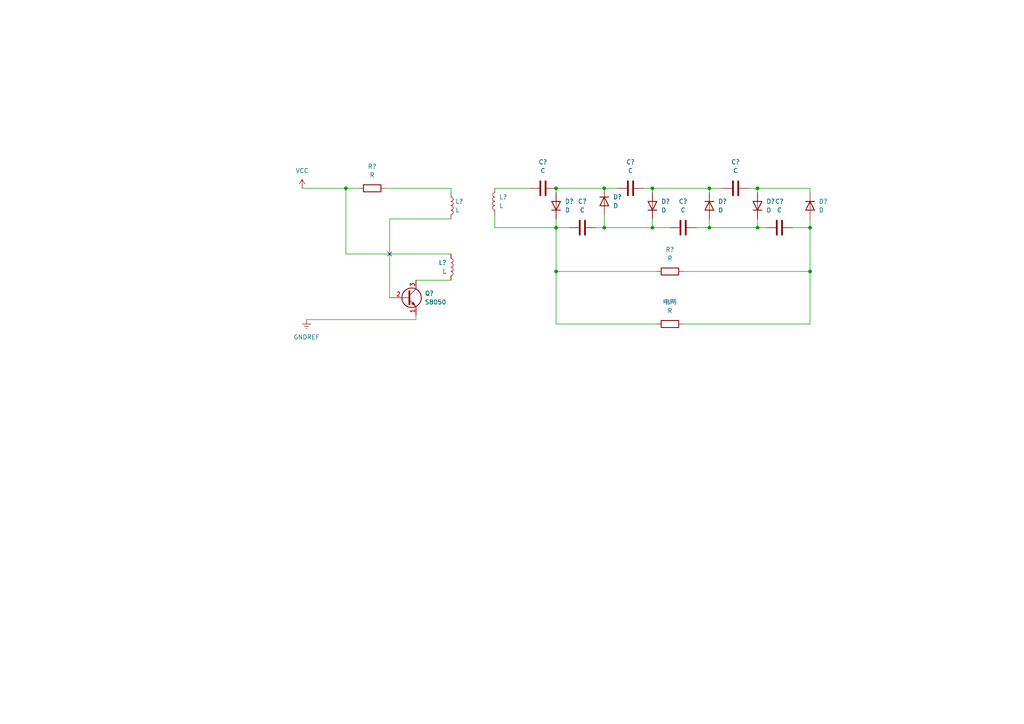
<source format=kicad_sch>
(kicad_sch (version 20211123) (generator eeschema)

  (uuid fcb53518-9168-4797-a34a-30eecfef8517)

  (paper "A4")

  (lib_symbols
    (symbol "Device:C" (pin_numbers hide) (pin_names (offset 0.254)) (in_bom yes) (on_board yes)
      (property "Reference" "C" (id 0) (at 0.635 2.54 0)
        (effects (font (size 1.27 1.27)) (justify left))
      )
      (property "Value" "C" (id 1) (at 0.635 -2.54 0)
        (effects (font (size 1.27 1.27)) (justify left))
      )
      (property "Footprint" "" (id 2) (at 0.9652 -3.81 0)
        (effects (font (size 1.27 1.27)) hide)
      )
      (property "Datasheet" "~" (id 3) (at 0 0 0)
        (effects (font (size 1.27 1.27)) hide)
      )
      (property "ki_keywords" "cap capacitor" (id 4) (at 0 0 0)
        (effects (font (size 1.27 1.27)) hide)
      )
      (property "ki_description" "Unpolarized capacitor" (id 5) (at 0 0 0)
        (effects (font (size 1.27 1.27)) hide)
      )
      (property "ki_fp_filters" "C_*" (id 6) (at 0 0 0)
        (effects (font (size 1.27 1.27)) hide)
      )
      (symbol "C_0_1"
        (polyline
          (pts
            (xy -2.032 -0.762)
            (xy 2.032 -0.762)
          )
          (stroke (width 0.508) (type default) (color 0 0 0 0))
          (fill (type none))
        )
        (polyline
          (pts
            (xy -2.032 0.762)
            (xy 2.032 0.762)
          )
          (stroke (width 0.508) (type default) (color 0 0 0 0))
          (fill (type none))
        )
      )
      (symbol "C_1_1"
        (pin passive line (at 0 3.81 270) (length 2.794)
          (name "~" (effects (font (size 1.27 1.27))))
          (number "1" (effects (font (size 1.27 1.27))))
        )
        (pin passive line (at 0 -3.81 90) (length 2.794)
          (name "~" (effects (font (size 1.27 1.27))))
          (number "2" (effects (font (size 1.27 1.27))))
        )
      )
    )
    (symbol "Device:D" (pin_numbers hide) (pin_names (offset 1.016) hide) (in_bom yes) (on_board yes)
      (property "Reference" "D" (id 0) (at 0 2.54 0)
        (effects (font (size 1.27 1.27)))
      )
      (property "Value" "D" (id 1) (at 0 -2.54 0)
        (effects (font (size 1.27 1.27)))
      )
      (property "Footprint" "" (id 2) (at 0 0 0)
        (effects (font (size 1.27 1.27)) hide)
      )
      (property "Datasheet" "~" (id 3) (at 0 0 0)
        (effects (font (size 1.27 1.27)) hide)
      )
      (property "ki_keywords" "diode" (id 4) (at 0 0 0)
        (effects (font (size 1.27 1.27)) hide)
      )
      (property "ki_description" "Diode" (id 5) (at 0 0 0)
        (effects (font (size 1.27 1.27)) hide)
      )
      (property "ki_fp_filters" "TO-???* *_Diode_* *SingleDiode* D_*" (id 6) (at 0 0 0)
        (effects (font (size 1.27 1.27)) hide)
      )
      (symbol "D_0_1"
        (polyline
          (pts
            (xy -1.27 1.27)
            (xy -1.27 -1.27)
          )
          (stroke (width 0.254) (type default) (color 0 0 0 0))
          (fill (type none))
        )
        (polyline
          (pts
            (xy 1.27 0)
            (xy -1.27 0)
          )
          (stroke (width 0) (type default) (color 0 0 0 0))
          (fill (type none))
        )
        (polyline
          (pts
            (xy 1.27 1.27)
            (xy 1.27 -1.27)
            (xy -1.27 0)
            (xy 1.27 1.27)
          )
          (stroke (width 0.254) (type default) (color 0 0 0 0))
          (fill (type none))
        )
      )
      (symbol "D_1_1"
        (pin passive line (at -3.81 0 0) (length 2.54)
          (name "K" (effects (font (size 1.27 1.27))))
          (number "1" (effects (font (size 1.27 1.27))))
        )
        (pin passive line (at 3.81 0 180) (length 2.54)
          (name "A" (effects (font (size 1.27 1.27))))
          (number "2" (effects (font (size 1.27 1.27))))
        )
      )
    )
    (symbol "Device:L" (pin_numbers hide) (pin_names (offset 1.016) hide) (in_bom yes) (on_board yes)
      (property "Reference" "L" (id 0) (at -1.27 0 90)
        (effects (font (size 1.27 1.27)))
      )
      (property "Value" "L" (id 1) (at 1.905 0 90)
        (effects (font (size 1.27 1.27)))
      )
      (property "Footprint" "" (id 2) (at 0 0 0)
        (effects (font (size 1.27 1.27)) hide)
      )
      (property "Datasheet" "~" (id 3) (at 0 0 0)
        (effects (font (size 1.27 1.27)) hide)
      )
      (property "ki_keywords" "inductor choke coil reactor magnetic" (id 4) (at 0 0 0)
        (effects (font (size 1.27 1.27)) hide)
      )
      (property "ki_description" "Inductor" (id 5) (at 0 0 0)
        (effects (font (size 1.27 1.27)) hide)
      )
      (property "ki_fp_filters" "Choke_* *Coil* Inductor_* L_*" (id 6) (at 0 0 0)
        (effects (font (size 1.27 1.27)) hide)
      )
      (symbol "L_0_1"
        (arc (start 0 -2.54) (mid 0.635 -1.905) (end 0 -1.27)
          (stroke (width 0) (type default) (color 0 0 0 0))
          (fill (type none))
        )
        (arc (start 0 -1.27) (mid 0.635 -0.635) (end 0 0)
          (stroke (width 0) (type default) (color 0 0 0 0))
          (fill (type none))
        )
        (arc (start 0 0) (mid 0.635 0.635) (end 0 1.27)
          (stroke (width 0) (type default) (color 0 0 0 0))
          (fill (type none))
        )
        (arc (start 0 1.27) (mid 0.635 1.905) (end 0 2.54)
          (stroke (width 0) (type default) (color 0 0 0 0))
          (fill (type none))
        )
      )
      (symbol "L_1_1"
        (pin passive line (at 0 3.81 270) (length 1.27)
          (name "1" (effects (font (size 1.27 1.27))))
          (number "1" (effects (font (size 1.27 1.27))))
        )
        (pin passive line (at 0 -3.81 90) (length 1.27)
          (name "2" (effects (font (size 1.27 1.27))))
          (number "2" (effects (font (size 1.27 1.27))))
        )
      )
    )
    (symbol "Device:R" (pin_numbers hide) (pin_names (offset 0)) (in_bom yes) (on_board yes)
      (property "Reference" "R" (id 0) (at 2.032 0 90)
        (effects (font (size 1.27 1.27)))
      )
      (property "Value" "R" (id 1) (at 0 0 90)
        (effects (font (size 1.27 1.27)))
      )
      (property "Footprint" "" (id 2) (at -1.778 0 90)
        (effects (font (size 1.27 1.27)) hide)
      )
      (property "Datasheet" "~" (id 3) (at 0 0 0)
        (effects (font (size 1.27 1.27)) hide)
      )
      (property "ki_keywords" "R res resistor" (id 4) (at 0 0 0)
        (effects (font (size 1.27 1.27)) hide)
      )
      (property "ki_description" "Resistor" (id 5) (at 0 0 0)
        (effects (font (size 1.27 1.27)) hide)
      )
      (property "ki_fp_filters" "R_*" (id 6) (at 0 0 0)
        (effects (font (size 1.27 1.27)) hide)
      )
      (symbol "R_0_1"
        (rectangle (start -1.016 -2.54) (end 1.016 2.54)
          (stroke (width 0.254) (type default) (color 0 0 0 0))
          (fill (type none))
        )
      )
      (symbol "R_1_1"
        (pin passive line (at 0 3.81 270) (length 1.27)
          (name "~" (effects (font (size 1.27 1.27))))
          (number "1" (effects (font (size 1.27 1.27))))
        )
        (pin passive line (at 0 -3.81 90) (length 1.27)
          (name "~" (effects (font (size 1.27 1.27))))
          (number "2" (effects (font (size 1.27 1.27))))
        )
      )
    )
    (symbol "Transistor_BJT:S8050" (pin_names (offset 0) hide) (in_bom yes) (on_board yes)
      (property "Reference" "Q" (id 0) (at 5.08 1.905 0)
        (effects (font (size 1.27 1.27)) (justify left))
      )
      (property "Value" "S8050" (id 1) (at 5.08 0 0)
        (effects (font (size 1.27 1.27)) (justify left))
      )
      (property "Footprint" "Package_TO_SOT_THT:TO-92_Inline" (id 2) (at 5.08 -1.905 0)
        (effects (font (size 1.27 1.27) italic) (justify left) hide)
      )
      (property "Datasheet" "http://www.unisonic.com.tw/datasheet/S8050.pdf" (id 3) (at 0 0 0)
        (effects (font (size 1.27 1.27)) (justify left) hide)
      )
      (property "ki_keywords" "S8050 NPN Low Voltage High Current Transistor" (id 4) (at 0 0 0)
        (effects (font (size 1.27 1.27)) hide)
      )
      (property "ki_description" "0.7A Ic, 20V Vce, Low Voltage High Current NPN Transistor, TO-92" (id 5) (at 0 0 0)
        (effects (font (size 1.27 1.27)) hide)
      )
      (property "ki_fp_filters" "TO?92*" (id 6) (at 0 0 0)
        (effects (font (size 1.27 1.27)) hide)
      )
      (symbol "S8050_0_1"
        (polyline
          (pts
            (xy 0 0)
            (xy 0.635 0)
          )
          (stroke (width 0) (type default) (color 0 0 0 0))
          (fill (type none))
        )
        (polyline
          (pts
            (xy 0.635 0.635)
            (xy 2.54 2.54)
          )
          (stroke (width 0) (type default) (color 0 0 0 0))
          (fill (type none))
        )
        (polyline
          (pts
            (xy 0.635 -0.635)
            (xy 2.54 -2.54)
            (xy 2.54 -2.54)
          )
          (stroke (width 0) (type default) (color 0 0 0 0))
          (fill (type none))
        )
        (polyline
          (pts
            (xy 0.635 1.905)
            (xy 0.635 -1.905)
            (xy 0.635 -1.905)
          )
          (stroke (width 0.508) (type default) (color 0 0 0 0))
          (fill (type none))
        )
        (polyline
          (pts
            (xy 1.27 -1.778)
            (xy 1.778 -1.27)
            (xy 2.286 -2.286)
            (xy 1.27 -1.778)
            (xy 1.27 -1.778)
          )
          (stroke (width 0) (type default) (color 0 0 0 0))
          (fill (type outline))
        )
        (circle (center 1.27 0) (radius 2.8194)
          (stroke (width 0.254) (type default) (color 0 0 0 0))
          (fill (type none))
        )
      )
      (symbol "S8050_1_1"
        (pin passive line (at 2.54 -5.08 90) (length 2.54)
          (name "E" (effects (font (size 1.27 1.27))))
          (number "1" (effects (font (size 1.27 1.27))))
        )
        (pin input line (at -5.08 0 0) (length 5.08)
          (name "B" (effects (font (size 1.27 1.27))))
          (number "2" (effects (font (size 1.27 1.27))))
        )
        (pin passive line (at 2.54 5.08 270) (length 2.54)
          (name "C" (effects (font (size 1.27 1.27))))
          (number "3" (effects (font (size 1.27 1.27))))
        )
      )
    )
    (symbol "power:GNDREF" (power) (pin_names (offset 0)) (in_bom yes) (on_board yes)
      (property "Reference" "#PWR" (id 0) (at 0 -6.35 0)
        (effects (font (size 1.27 1.27)) hide)
      )
      (property "Value" "GNDREF" (id 1) (at 0 -3.81 0)
        (effects (font (size 1.27 1.27)))
      )
      (property "Footprint" "" (id 2) (at 0 0 0)
        (effects (font (size 1.27 1.27)) hide)
      )
      (property "Datasheet" "" (id 3) (at 0 0 0)
        (effects (font (size 1.27 1.27)) hide)
      )
      (property "ki_keywords" "global power" (id 4) (at 0 0 0)
        (effects (font (size 1.27 1.27)) hide)
      )
      (property "ki_description" "Power symbol creates a global label with name \"GNDREF\" , reference supply ground" (id 5) (at 0 0 0)
        (effects (font (size 1.27 1.27)) hide)
      )
      (symbol "GNDREF_0_1"
        (polyline
          (pts
            (xy -0.635 -1.905)
            (xy 0.635 -1.905)
          )
          (stroke (width 0) (type default) (color 0 0 0 0))
          (fill (type none))
        )
        (polyline
          (pts
            (xy -0.127 -2.54)
            (xy 0.127 -2.54)
          )
          (stroke (width 0) (type default) (color 0 0 0 0))
          (fill (type none))
        )
        (polyline
          (pts
            (xy 0 -1.27)
            (xy 0 0)
          )
          (stroke (width 0) (type default) (color 0 0 0 0))
          (fill (type none))
        )
        (polyline
          (pts
            (xy 1.27 -1.27)
            (xy -1.27 -1.27)
          )
          (stroke (width 0) (type default) (color 0 0 0 0))
          (fill (type none))
        )
      )
      (symbol "GNDREF_1_1"
        (pin power_in line (at 0 0 270) (length 0) hide
          (name "GNDREF" (effects (font (size 1.27 1.27))))
          (number "1" (effects (font (size 1.27 1.27))))
        )
      )
    )
    (symbol "power:VCC" (power) (pin_names (offset 0)) (in_bom yes) (on_board yes)
      (property "Reference" "#PWR" (id 0) (at 0 -3.81 0)
        (effects (font (size 1.27 1.27)) hide)
      )
      (property "Value" "VCC" (id 1) (at 0 3.81 0)
        (effects (font (size 1.27 1.27)))
      )
      (property "Footprint" "" (id 2) (at 0 0 0)
        (effects (font (size 1.27 1.27)) hide)
      )
      (property "Datasheet" "" (id 3) (at 0 0 0)
        (effects (font (size 1.27 1.27)) hide)
      )
      (property "ki_keywords" "global power" (id 4) (at 0 0 0)
        (effects (font (size 1.27 1.27)) hide)
      )
      (property "ki_description" "Power symbol creates a global label with name \"VCC\"" (id 5) (at 0 0 0)
        (effects (font (size 1.27 1.27)) hide)
      )
      (symbol "VCC_0_1"
        (polyline
          (pts
            (xy -0.762 1.27)
            (xy 0 2.54)
          )
          (stroke (width 0) (type default) (color 0 0 0 0))
          (fill (type none))
        )
        (polyline
          (pts
            (xy 0 0)
            (xy 0 2.54)
          )
          (stroke (width 0) (type default) (color 0 0 0 0))
          (fill (type none))
        )
        (polyline
          (pts
            (xy 0 2.54)
            (xy 0.762 1.27)
          )
          (stroke (width 0) (type default) (color 0 0 0 0))
          (fill (type none))
        )
      )
      (symbol "VCC_1_1"
        (pin power_in line (at 0 0 90) (length 0) hide
          (name "VCC" (effects (font (size 1.27 1.27))))
          (number "1" (effects (font (size 1.27 1.27))))
        )
      )
    )
  )

  (junction (at 161.29 66.04) (diameter 0) (color 0 0 0 0)
    (uuid 220de031-b524-4790-b53e-4ed2b83fdf20)
  )
  (junction (at 189.23 54.61) (diameter 0) (color 0 0 0 0)
    (uuid 3bf45275-9acf-4bf1-b1ec-738953503deb)
  )
  (junction (at 234.95 66.04) (diameter 0) (color 0 0 0 0)
    (uuid 4d62bed7-0cb9-4e6e-b968-9327de38614b)
  )
  (junction (at 175.26 66.04) (diameter 0) (color 0 0 0 0)
    (uuid 59eb0b44-866b-4dc8-9e90-66ddbdaba775)
  )
  (junction (at 175.26 54.61) (diameter 0) (color 0 0 0 0)
    (uuid 6496a6ca-992c-4296-af4b-6b511f598b2e)
  )
  (junction (at 189.23 66.04) (diameter 0) (color 0 0 0 0)
    (uuid 68b16cad-0fe0-4651-b101-2f2975a83fb4)
  )
  (junction (at 205.74 66.04) (diameter 0) (color 0 0 0 0)
    (uuid 6eb88900-1b00-45e0-a8d9-b6e875aaa327)
  )
  (junction (at 234.95 78.74) (diameter 0) (color 0 0 0 0)
    (uuid 71b31598-aa43-4c53-9a5c-876308eacdf9)
  )
  (junction (at 161.29 54.61) (diameter 0) (color 0 0 0 0)
    (uuid 9f541026-ef2c-475f-9e05-77e167fad8b9)
  )
  (junction (at 205.74 54.61) (diameter 0) (color 0 0 0 0)
    (uuid aa63e70a-b514-48e3-bfa6-3c4686f6e33f)
  )
  (junction (at 161.29 78.74) (diameter 0) (color 0 0 0 0)
    (uuid af23bb65-047e-457b-9110-4a343f505b73)
  )
  (junction (at 219.71 54.61) (diameter 0) (color 0 0 0 0)
    (uuid b26a1e77-7f91-421b-abb6-57a7ae71297f)
  )
  (junction (at 219.71 66.04) (diameter 0) (color 0 0 0 0)
    (uuid be0bf9cf-4e7e-409e-bfaa-0c2a10f9177b)
  )
  (junction (at 100.33 54.61) (diameter 0) (color 0 0 0 0)
    (uuid edc22679-5f78-425c-9442-d26f9b773165)
  )

  (no_connect (at 113.03 73.66) (uuid 13e5591c-abf7-405d-871b-9009b9f229aa))

  (wire (pts (xy 205.74 54.61) (xy 205.74 55.88))
    (stroke (width 0) (type default) (color 0 0 0 0))
    (uuid 1180008a-1854-4b75-92f5-36b9912d194a)
  )
  (wire (pts (xy 189.23 63.5) (xy 189.23 66.04))
    (stroke (width 0) (type default) (color 0 0 0 0))
    (uuid 1cbe49fd-4555-44fe-a6e4-b1b83c5ddc0e)
  )
  (wire (pts (xy 219.71 63.5) (xy 219.71 66.04))
    (stroke (width 0) (type default) (color 0 0 0 0))
    (uuid 1d320038-11b4-4e24-b185-55c6234f2965)
  )
  (wire (pts (xy 198.12 78.74) (xy 234.95 78.74))
    (stroke (width 0) (type default) (color 0 0 0 0))
    (uuid 236cfb97-4574-4432-9682-0ba1a2899f08)
  )
  (wire (pts (xy 120.65 81.28) (xy 130.81 81.28))
    (stroke (width 0) (type default) (color 0 0 0 0))
    (uuid 24486c90-68a0-4db0-9422-685e1ea44082)
  )
  (wire (pts (xy 219.71 66.04) (xy 222.25 66.04))
    (stroke (width 0) (type default) (color 0 0 0 0))
    (uuid 246c67f2-7fca-4cc7-9473-2be80930b975)
  )
  (wire (pts (xy 161.29 54.61) (xy 175.26 54.61))
    (stroke (width 0) (type default) (color 0 0 0 0))
    (uuid 24cb0ee2-1eca-456c-ad12-85a1e3561c3b)
  )
  (wire (pts (xy 234.95 93.98) (xy 198.12 93.98))
    (stroke (width 0) (type default) (color 0 0 0 0))
    (uuid 27d7bc56-99c2-40b2-b7e0-8dd911f26aa6)
  )
  (wire (pts (xy 120.65 92.71) (xy 88.9 92.71))
    (stroke (width 0) (type default) (color 0 0 0 0))
    (uuid 34e3d9ef-7794-4030-b4f1-1262a8d21c80)
  )
  (wire (pts (xy 234.95 78.74) (xy 234.95 93.98))
    (stroke (width 0) (type default) (color 0 0 0 0))
    (uuid 370d14e3-bc17-44d1-953e-dd403e1c1a1b)
  )
  (wire (pts (xy 161.29 66.04) (xy 165.1 66.04))
    (stroke (width 0) (type default) (color 0 0 0 0))
    (uuid 4247fb31-b179-4dc2-bc6f-b3795c795f19)
  )
  (wire (pts (xy 186.69 54.61) (xy 189.23 54.61))
    (stroke (width 0) (type default) (color 0 0 0 0))
    (uuid 4299d02a-540b-4a5f-b853-9d501d9e1b1c)
  )
  (wire (pts (xy 161.29 54.61) (xy 161.29 55.88))
    (stroke (width 0) (type default) (color 0 0 0 0))
    (uuid 4861fd81-5a3e-4841-8a4f-229183c3366b)
  )
  (wire (pts (xy 130.81 54.61) (xy 130.81 55.88))
    (stroke (width 0) (type default) (color 0 0 0 0))
    (uuid 4ebe56fa-aa9f-4dde-a378-e00e2984d93f)
  )
  (wire (pts (xy 234.95 63.5) (xy 234.95 66.04))
    (stroke (width 0) (type default) (color 0 0 0 0))
    (uuid 594d1efa-7f4f-4076-8102-7d01ea0a117f)
  )
  (wire (pts (xy 130.81 63.5) (xy 113.03 63.5))
    (stroke (width 0) (type default) (color 0 0 0 0))
    (uuid 5b296bb9-8d33-4178-8d63-d374086f009f)
  )
  (wire (pts (xy 143.51 66.04) (xy 161.29 66.04))
    (stroke (width 0) (type default) (color 0 0 0 0))
    (uuid 5eec6b55-da68-4b80-b89b-ac99ba6ea98d)
  )
  (wire (pts (xy 161.29 66.04) (xy 161.29 78.74))
    (stroke (width 0) (type default) (color 0 0 0 0))
    (uuid 601a0651-0f8b-4f57-88ee-579ec73fbc29)
  )
  (wire (pts (xy 161.29 93.98) (xy 190.5 93.98))
    (stroke (width 0) (type default) (color 0 0 0 0))
    (uuid 615d05bd-4b6c-4c26-b1b2-1ed61ec27e73)
  )
  (wire (pts (xy 234.95 78.74) (xy 234.95 66.04))
    (stroke (width 0) (type default) (color 0 0 0 0))
    (uuid 6c90a320-8dac-4ea4-afdf-c3ced7c461b3)
  )
  (wire (pts (xy 161.29 78.74) (xy 190.5 78.74))
    (stroke (width 0) (type default) (color 0 0 0 0))
    (uuid 706481e8-c07c-4977-969f-bc614bfb094d)
  )
  (wire (pts (xy 189.23 66.04) (xy 175.26 66.04))
    (stroke (width 0) (type default) (color 0 0 0 0))
    (uuid 7cfd7666-d447-46a7-8ea3-c13661165b84)
  )
  (wire (pts (xy 161.29 78.74) (xy 161.29 93.98))
    (stroke (width 0) (type default) (color 0 0 0 0))
    (uuid 821ecc68-566b-4ccd-9161-b06eff12ac9f)
  )
  (wire (pts (xy 175.26 54.61) (xy 179.07 54.61))
    (stroke (width 0) (type default) (color 0 0 0 0))
    (uuid 8270df34-64b0-4846-b8ce-85ad625c40b4)
  )
  (wire (pts (xy 100.33 54.61) (xy 104.14 54.61))
    (stroke (width 0) (type default) (color 0 0 0 0))
    (uuid 8849a7c9-f7ff-49a2-ae3d-47e1698af924)
  )
  (wire (pts (xy 205.74 66.04) (xy 201.93 66.04))
    (stroke (width 0) (type default) (color 0 0 0 0))
    (uuid 894bf4e6-9060-42ab-8579-ebae22735fa0)
  )
  (wire (pts (xy 205.74 54.61) (xy 209.55 54.61))
    (stroke (width 0) (type default) (color 0 0 0 0))
    (uuid 8efc7aad-8efe-40c6-a5dd-3323282b39ff)
  )
  (wire (pts (xy 189.23 54.61) (xy 189.23 55.88))
    (stroke (width 0) (type default) (color 0 0 0 0))
    (uuid 984ab79c-6258-42f8-8eba-4acc110226b8)
  )
  (wire (pts (xy 234.95 54.61) (xy 234.95 55.88))
    (stroke (width 0) (type default) (color 0 0 0 0))
    (uuid a0c9c067-48a3-4d83-8ff6-a4753b6aad19)
  )
  (wire (pts (xy 205.74 66.04) (xy 219.71 66.04))
    (stroke (width 0) (type default) (color 0 0 0 0))
    (uuid a143b60b-464e-476c-b4af-4424e96b49d4)
  )
  (wire (pts (xy 219.71 54.61) (xy 234.95 54.61))
    (stroke (width 0) (type default) (color 0 0 0 0))
    (uuid b164a1f8-831a-48f8-b81b-60756ffa4e98)
  )
  (wire (pts (xy 217.17 54.61) (xy 219.71 54.61))
    (stroke (width 0) (type default) (color 0 0 0 0))
    (uuid b87ba480-6380-4cfd-9eb9-ed4c652b2438)
  )
  (wire (pts (xy 234.95 66.04) (xy 229.87 66.04))
    (stroke (width 0) (type default) (color 0 0 0 0))
    (uuid ba5f77e7-ad30-4ec8-b242-9373caf204a0)
  )
  (wire (pts (xy 161.29 63.5) (xy 161.29 66.04))
    (stroke (width 0) (type default) (color 0 0 0 0))
    (uuid bc98db11-dd43-4c98-95b4-83046a1a54d0)
  )
  (wire (pts (xy 143.51 62.23) (xy 143.51 66.04))
    (stroke (width 0) (type default) (color 0 0 0 0))
    (uuid cc59831e-261b-48d8-8ef4-60c752b4f5bf)
  )
  (wire (pts (xy 120.65 91.44) (xy 120.65 92.71))
    (stroke (width 0) (type default) (color 0 0 0 0))
    (uuid ce1ce23f-037b-4a7b-a4c5-27fc79fb2642)
  )
  (wire (pts (xy 175.26 62.23) (xy 175.26 66.04))
    (stroke (width 0) (type default) (color 0 0 0 0))
    (uuid d21c0299-516e-4ad0-b725-b92c10f5e6a6)
  )
  (wire (pts (xy 194.31 66.04) (xy 189.23 66.04))
    (stroke (width 0) (type default) (color 0 0 0 0))
    (uuid d39af7ef-83eb-4025-a0b8-575dc246cbee)
  )
  (wire (pts (xy 219.71 54.61) (xy 219.71 55.88))
    (stroke (width 0) (type default) (color 0 0 0 0))
    (uuid d5de7d55-a44c-4454-8399-9d73aabfa1b2)
  )
  (wire (pts (xy 87.63 54.61) (xy 100.33 54.61))
    (stroke (width 0) (type default) (color 0 0 0 0))
    (uuid d7bf787e-e50a-4eba-bbd2-a206b635fc97)
  )
  (wire (pts (xy 100.33 73.66) (xy 130.81 73.66))
    (stroke (width 0) (type default) (color 0 0 0 0))
    (uuid e1e95f37-2500-48f3-9260-f8d11264d970)
  )
  (wire (pts (xy 143.51 54.61) (xy 153.67 54.61))
    (stroke (width 0) (type default) (color 0 0 0 0))
    (uuid e5f49308-b878-461d-8ae8-9230394ef65c)
  )
  (wire (pts (xy 111.76 54.61) (xy 130.81 54.61))
    (stroke (width 0) (type default) (color 0 0 0 0))
    (uuid e979cf86-618f-456f-82ca-bf95c55b985e)
  )
  (wire (pts (xy 100.33 54.61) (xy 100.33 73.66))
    (stroke (width 0) (type default) (color 0 0 0 0))
    (uuid eebe8a2d-1106-4d80-a386-c62a349bfa65)
  )
  (wire (pts (xy 113.03 63.5) (xy 113.03 86.36))
    (stroke (width 0) (type default) (color 0 0 0 0))
    (uuid f250080a-ed90-44cf-b89e-adae143353cf)
  )
  (wire (pts (xy 189.23 54.61) (xy 205.74 54.61))
    (stroke (width 0) (type default) (color 0 0 0 0))
    (uuid f76d9c23-5a28-4a7f-976a-dd5a5fd6b93d)
  )
  (wire (pts (xy 205.74 63.5) (xy 205.74 66.04))
    (stroke (width 0) (type default) (color 0 0 0 0))
    (uuid faedc9b1-4fb3-4e10-96ad-4c6e2b9c909f)
  )
  (wire (pts (xy 175.26 66.04) (xy 172.72 66.04))
    (stroke (width 0) (type default) (color 0 0 0 0))
    (uuid fe5c3cda-3db4-4bbd-859a-972c6519cf7c)
  )

  (symbol (lib_id "Device:D") (at 175.26 58.42 270) (unit 1)
    (in_bom yes) (on_board yes) (fields_autoplaced)
    (uuid 062f19c5-17fe-4f6b-9f3f-144cbd106ced)
    (property "Reference" "D?" (id 0) (at 177.8 57.1499 90)
      (effects (font (size 1.27 1.27)) (justify left))
    )
    (property "Value" "D" (id 1) (at 177.8 59.6899 90)
      (effects (font (size 1.27 1.27)) (justify left))
    )
    (property "Footprint" "" (id 2) (at 175.26 58.42 0)
      (effects (font (size 1.27 1.27)) hide)
    )
    (property "Datasheet" "~" (id 3) (at 175.26 58.42 0)
      (effects (font (size 1.27 1.27)) hide)
    )
    (pin "1" (uuid a517ab6c-cffe-4f7f-908a-d205617d475a))
    (pin "2" (uuid e03a6401-a1ad-4dfe-beca-4fdeccfb998b))
  )

  (symbol (lib_id "Device:L") (at 130.81 77.47 0) (mirror x) (unit 1)
    (in_bom yes) (on_board yes) (fields_autoplaced)
    (uuid 089ff5a9-65d0-413c-a347-d7361f4bccfc)
    (property "Reference" "L?" (id 0) (at 129.54 76.1999 0)
      (effects (font (size 1.27 1.27)) (justify right))
    )
    (property "Value" "L" (id 1) (at 129.54 78.7399 0)
      (effects (font (size 1.27 1.27)) (justify right))
    )
    (property "Footprint" "" (id 2) (at 130.81 77.47 0)
      (effects (font (size 1.27 1.27)) hide)
    )
    (property "Datasheet" "~" (id 3) (at 130.81 77.47 0)
      (effects (font (size 1.27 1.27)) hide)
    )
    (pin "1" (uuid dd4ceaa2-1e9f-4d06-9018-11a7c0605186))
    (pin "2" (uuid 302c657e-b7ef-40a5-91cc-b0ca73d3ae99))
  )

  (symbol (lib_id "Device:R") (at 194.31 78.74 90) (unit 1)
    (in_bom yes) (on_board yes) (fields_autoplaced)
    (uuid 0cf0a45d-c5ef-4f77-aa28-fa2edb3bd228)
    (property "Reference" "R?" (id 0) (at 194.31 72.39 90))
    (property "Value" "R" (id 1) (at 194.31 74.93 90))
    (property "Footprint" "" (id 2) (at 194.31 80.518 90)
      (effects (font (size 1.27 1.27)) hide)
    )
    (property "Datasheet" "~" (id 3) (at 194.31 78.74 0)
      (effects (font (size 1.27 1.27)) hide)
    )
    (pin "1" (uuid 27170b4f-8f60-4d9b-959e-878fec019fe3))
    (pin "2" (uuid 3dcb3ceb-f7f3-4bcd-a34f-e58c697d39a5))
  )

  (symbol (lib_id "Device:R") (at 107.95 54.61 270) (unit 1)
    (in_bom yes) (on_board yes) (fields_autoplaced)
    (uuid 31881960-d5c7-4597-bfe3-ac5848044df0)
    (property "Reference" "R?" (id 0) (at 107.95 48.26 90))
    (property "Value" "R" (id 1) (at 107.95 50.8 90))
    (property "Footprint" "" (id 2) (at 107.95 52.832 90)
      (effects (font (size 1.27 1.27)) hide)
    )
    (property "Datasheet" "~" (id 3) (at 107.95 54.61 0)
      (effects (font (size 1.27 1.27)) hide)
    )
    (pin "1" (uuid 211d60c9-0b36-4b9e-94e6-57ff69832e6d))
    (pin "2" (uuid eee2e8b8-0782-4a78-a758-dc951f899c36))
  )

  (symbol (lib_id "Device:R") (at 194.31 93.98 270) (unit 1)
    (in_bom yes) (on_board yes) (fields_autoplaced)
    (uuid 3286c24a-c2ba-471c-966d-fcf392bcc60b)
    (property "Reference" "电网" (id 0) (at 194.31 87.63 90))
    (property "Value" "R" (id 1) (at 194.31 90.17 90))
    (property "Footprint" "" (id 2) (at 194.31 92.202 90)
      (effects (font (size 1.27 1.27)) hide)
    )
    (property "Datasheet" "~" (id 3) (at 194.31 93.98 0)
      (effects (font (size 1.27 1.27)) hide)
    )
    (pin "1" (uuid 1938095c-3bbe-4ac0-9bcd-d89091b4feca))
    (pin "2" (uuid 419559e1-bca7-4dce-8767-13944f069f97))
  )

  (symbol (lib_id "Device:D") (at 205.74 59.69 270) (unit 1)
    (in_bom yes) (on_board yes) (fields_autoplaced)
    (uuid 36459bd2-234c-4b39-9fb3-2f80f35a3e19)
    (property "Reference" "D?" (id 0) (at 208.28 58.4199 90)
      (effects (font (size 1.27 1.27)) (justify left))
    )
    (property "Value" "D" (id 1) (at 208.28 60.9599 90)
      (effects (font (size 1.27 1.27)) (justify left))
    )
    (property "Footprint" "" (id 2) (at 205.74 59.69 0)
      (effects (font (size 1.27 1.27)) hide)
    )
    (property "Datasheet" "~" (id 3) (at 205.74 59.69 0)
      (effects (font (size 1.27 1.27)) hide)
    )
    (pin "1" (uuid c84a0969-af97-4dcd-a725-95e879eb77b2))
    (pin "2" (uuid 36d1acf9-edb8-4b6b-875b-e8779ddfdaa0))
  )

  (symbol (lib_id "power:VCC") (at 87.63 54.61 0) (unit 1)
    (in_bom yes) (on_board yes) (fields_autoplaced)
    (uuid 591d3d24-a846-47fe-a41a-31b548293ffe)
    (property "Reference" "#PWR?" (id 0) (at 87.63 58.42 0)
      (effects (font (size 1.27 1.27)) hide)
    )
    (property "Value" "VCC" (id 1) (at 87.63 49.53 0))
    (property "Footprint" "" (id 2) (at 87.63 54.61 0)
      (effects (font (size 1.27 1.27)) hide)
    )
    (property "Datasheet" "" (id 3) (at 87.63 54.61 0)
      (effects (font (size 1.27 1.27)) hide)
    )
    (pin "1" (uuid d935326d-2cf4-4f80-8857-24686e0cc2d9))
  )

  (symbol (lib_id "Device:C") (at 213.36 54.61 270) (unit 1)
    (in_bom yes) (on_board yes) (fields_autoplaced)
    (uuid 7f8c832f-e104-4ed3-9013-726d1ffbb123)
    (property "Reference" "C?" (id 0) (at 213.36 46.99 90))
    (property "Value" "C" (id 1) (at 213.36 49.53 90))
    (property "Footprint" "" (id 2) (at 209.55 55.5752 0)
      (effects (font (size 1.27 1.27)) hide)
    )
    (property "Datasheet" "~" (id 3) (at 213.36 54.61 0)
      (effects (font (size 1.27 1.27)) hide)
    )
    (pin "1" (uuid 0f41e837-1d8d-40ed-a5f8-d7925138895f))
    (pin "2" (uuid 8e209b46-cf83-433e-b6fd-747e56642292))
  )

  (symbol (lib_id "Device:C") (at 226.06 66.04 270) (unit 1)
    (in_bom yes) (on_board yes) (fields_autoplaced)
    (uuid 835660d6-1545-4ce0-81eb-bf6f92f8a109)
    (property "Reference" "C?" (id 0) (at 226.06 58.42 90))
    (property "Value" "C" (id 1) (at 226.06 60.96 90))
    (property "Footprint" "" (id 2) (at 222.25 67.0052 0)
      (effects (font (size 1.27 1.27)) hide)
    )
    (property "Datasheet" "~" (id 3) (at 226.06 66.04 0)
      (effects (font (size 1.27 1.27)) hide)
    )
    (pin "1" (uuid 1fe6ef26-c89e-49a2-80af-d1302dcfc972))
    (pin "2" (uuid f6a925dc-f09b-479b-8023-62a673e4186d))
  )

  (symbol (lib_id "Device:C") (at 198.12 66.04 90) (unit 1)
    (in_bom yes) (on_board yes) (fields_autoplaced)
    (uuid 8da9393a-822d-490a-93b3-30df10985fc6)
    (property "Reference" "C?" (id 0) (at 198.12 58.42 90))
    (property "Value" "C" (id 1) (at 198.12 60.96 90))
    (property "Footprint" "" (id 2) (at 201.93 65.0748 0)
      (effects (font (size 1.27 1.27)) hide)
    )
    (property "Datasheet" "~" (id 3) (at 198.12 66.04 0)
      (effects (font (size 1.27 1.27)) hide)
    )
    (pin "1" (uuid 5eec8121-fe2c-45d3-8bec-26012b96fd38))
    (pin "2" (uuid 7e49e6de-49da-463d-aa17-2527d8df9d1e))
  )

  (symbol (lib_id "Device:L") (at 130.81 59.69 0) (unit 1)
    (in_bom yes) (on_board yes) (fields_autoplaced)
    (uuid 914e4554-c5cd-4a53-ae49-c3988b2485ff)
    (property "Reference" "L?" (id 0) (at 132.08 58.4199 0)
      (effects (font (size 1.27 1.27)) (justify left))
    )
    (property "Value" "L" (id 1) (at 132.08 60.9599 0)
      (effects (font (size 1.27 1.27)) (justify left))
    )
    (property "Footprint" "" (id 2) (at 130.81 59.69 0)
      (effects (font (size 1.27 1.27)) hide)
    )
    (property "Datasheet" "~" (id 3) (at 130.81 59.69 0)
      (effects (font (size 1.27 1.27)) hide)
    )
    (pin "1" (uuid 6aa27eb0-d907-45a9-84a2-bb87d84f22e9))
    (pin "2" (uuid 48e34052-14f7-4bbf-8fe7-113e12a6bd62))
  )

  (symbol (lib_id "Device:C") (at 157.48 54.61 270) (unit 1)
    (in_bom yes) (on_board yes) (fields_autoplaced)
    (uuid add7f2bf-9455-429f-adee-6c827c6dd376)
    (property "Reference" "C?" (id 0) (at 157.48 46.99 90))
    (property "Value" "C" (id 1) (at 157.48 49.53 90))
    (property "Footprint" "" (id 2) (at 153.67 55.5752 0)
      (effects (font (size 1.27 1.27)) hide)
    )
    (property "Datasheet" "~" (id 3) (at 157.48 54.61 0)
      (effects (font (size 1.27 1.27)) hide)
    )
    (pin "1" (uuid b6e0c707-279e-49f5-b7f7-c9bc5968e97b))
    (pin "2" (uuid 97328678-a05f-449e-865f-0df045f34dd4))
  )

  (symbol (lib_id "Device:D") (at 219.71 59.69 90) (unit 1)
    (in_bom yes) (on_board yes) (fields_autoplaced)
    (uuid c81e186d-8d58-49c4-a428-e6ddb6779689)
    (property "Reference" "D?" (id 0) (at 222.25 58.4199 90)
      (effects (font (size 1.27 1.27)) (justify right))
    )
    (property "Value" "D" (id 1) (at 222.25 60.9599 90)
      (effects (font (size 1.27 1.27)) (justify right))
    )
    (property "Footprint" "" (id 2) (at 219.71 59.69 0)
      (effects (font (size 1.27 1.27)) hide)
    )
    (property "Datasheet" "~" (id 3) (at 219.71 59.69 0)
      (effects (font (size 1.27 1.27)) hide)
    )
    (pin "1" (uuid 34816055-f0d5-42f4-ac52-09e3d084c918))
    (pin "2" (uuid 893bf0c2-f906-4c82-a2df-76b68ec24784))
  )

  (symbol (lib_id "Device:D") (at 234.95 59.69 270) (unit 1)
    (in_bom yes) (on_board yes) (fields_autoplaced)
    (uuid c84957f0-41f6-451f-a407-5c062ea10fc6)
    (property "Reference" "D?" (id 0) (at 237.49 58.4199 90)
      (effects (font (size 1.27 1.27)) (justify left))
    )
    (property "Value" "D" (id 1) (at 237.49 60.9599 90)
      (effects (font (size 1.27 1.27)) (justify left))
    )
    (property "Footprint" "" (id 2) (at 234.95 59.69 0)
      (effects (font (size 1.27 1.27)) hide)
    )
    (property "Datasheet" "~" (id 3) (at 234.95 59.69 0)
      (effects (font (size 1.27 1.27)) hide)
    )
    (pin "1" (uuid ce6fbbec-66e4-45cc-84c5-e623ce89b26f))
    (pin "2" (uuid beb1e8ef-4b36-46ee-8917-bdc27a64bf25))
  )

  (symbol (lib_id "Device:L") (at 143.51 58.42 0) (mirror y) (unit 1)
    (in_bom yes) (on_board yes) (fields_autoplaced)
    (uuid c9b71721-539c-48f0-88ec-11df6b9524e2)
    (property "Reference" "L?" (id 0) (at 144.78 57.1499 0)
      (effects (font (size 1.27 1.27)) (justify right))
    )
    (property "Value" "L" (id 1) (at 144.78 59.6899 0)
      (effects (font (size 1.27 1.27)) (justify right))
    )
    (property "Footprint" "" (id 2) (at 143.51 58.42 0)
      (effects (font (size 1.27 1.27)) hide)
    )
    (property "Datasheet" "~" (id 3) (at 143.51 58.42 0)
      (effects (font (size 1.27 1.27)) hide)
    )
    (pin "1" (uuid ffa4aebd-4379-4ac2-86c0-b3a2cf5efc62))
    (pin "2" (uuid 7fb11343-779e-437e-98fd-56d8bdc75f82))
  )

  (symbol (lib_id "Device:C") (at 182.88 54.61 270) (unit 1)
    (in_bom yes) (on_board yes) (fields_autoplaced)
    (uuid cf691095-c48c-4d71-ab93-457ff1af831d)
    (property "Reference" "C?" (id 0) (at 182.88 46.99 90))
    (property "Value" "C" (id 1) (at 182.88 49.53 90))
    (property "Footprint" "" (id 2) (at 179.07 55.5752 0)
      (effects (font (size 1.27 1.27)) hide)
    )
    (property "Datasheet" "~" (id 3) (at 182.88 54.61 0)
      (effects (font (size 1.27 1.27)) hide)
    )
    (pin "1" (uuid 0492c41d-eae2-42dd-850b-eedf2ba3eade))
    (pin "2" (uuid 658ebbca-20f7-42de-a42f-f1e73ec12ff0))
  )

  (symbol (lib_id "power:GNDREF") (at 88.9 92.71 0) (unit 1)
    (in_bom yes) (on_board yes) (fields_autoplaced)
    (uuid dcef73db-e288-4852-bdc2-04d9bdf27372)
    (property "Reference" "#PWR?" (id 0) (at 88.9 99.06 0)
      (effects (font (size 1.27 1.27)) hide)
    )
    (property "Value" "GNDREF" (id 1) (at 88.9 97.79 0))
    (property "Footprint" "" (id 2) (at 88.9 92.71 0)
      (effects (font (size 1.27 1.27)) hide)
    )
    (property "Datasheet" "" (id 3) (at 88.9 92.71 0)
      (effects (font (size 1.27 1.27)) hide)
    )
    (pin "1" (uuid 785cd13b-d81f-445d-adb3-1d5a59b52344))
  )

  (symbol (lib_id "Device:C") (at 168.91 66.04 90) (unit 1)
    (in_bom yes) (on_board yes) (fields_autoplaced)
    (uuid e8e187fe-0f7e-4983-a9a5-12ddaec3cb0a)
    (property "Reference" "C?" (id 0) (at 168.91 58.42 90))
    (property "Value" "C" (id 1) (at 168.91 60.96 90))
    (property "Footprint" "" (id 2) (at 172.72 65.0748 0)
      (effects (font (size 1.27 1.27)) hide)
    )
    (property "Datasheet" "~" (id 3) (at 168.91 66.04 0)
      (effects (font (size 1.27 1.27)) hide)
    )
    (pin "1" (uuid 0d703e17-9d0a-475e-829c-c0ef6b9ec91e))
    (pin "2" (uuid 4d543ba4-c4e6-4d94-b447-d14998430898))
  )

  (symbol (lib_id "Transistor_BJT:S8050") (at 118.11 86.36 0) (unit 1)
    (in_bom yes) (on_board yes) (fields_autoplaced)
    (uuid eabc3660-337b-4640-a4c2-637603450a7e)
    (property "Reference" "Q?" (id 0) (at 123.19 85.0899 0)
      (effects (font (size 1.27 1.27)) (justify left))
    )
    (property "Value" "S8050" (id 1) (at 123.19 87.6299 0)
      (effects (font (size 1.27 1.27)) (justify left))
    )
    (property "Footprint" "Package_TO_SOT_THT:TO-92_Inline" (id 2) (at 123.19 88.265 0)
      (effects (font (size 1.27 1.27) italic) (justify left) hide)
    )
    (property "Datasheet" "http://www.unisonic.com.tw/datasheet/S8050.pdf" (id 3) (at 118.11 86.36 0)
      (effects (font (size 1.27 1.27)) (justify left) hide)
    )
    (pin "1" (uuid f737ce4d-4cd5-4532-bff7-6ccb96629a7b))
    (pin "2" (uuid af5dba3e-5382-4e0c-bd78-5eaa2ddcf370))
    (pin "3" (uuid 563043de-4e72-46d7-94c5-adbc22479e5c))
  )

  (symbol (lib_id "Device:D") (at 161.29 59.69 90) (unit 1)
    (in_bom yes) (on_board yes) (fields_autoplaced)
    (uuid f7fa9b55-e449-4947-9063-cf82be09d211)
    (property "Reference" "D?" (id 0) (at 163.83 58.4199 90)
      (effects (font (size 1.27 1.27)) (justify right))
    )
    (property "Value" "D" (id 1) (at 163.83 60.9599 90)
      (effects (font (size 1.27 1.27)) (justify right))
    )
    (property "Footprint" "" (id 2) (at 161.29 59.69 0)
      (effects (font (size 1.27 1.27)) hide)
    )
    (property "Datasheet" "~" (id 3) (at 161.29 59.69 0)
      (effects (font (size 1.27 1.27)) hide)
    )
    (pin "1" (uuid 1f9f7af6-0d44-42b1-98d2-b817a89869c1))
    (pin "2" (uuid 62961ad0-eece-4424-a633-11a143ceff79))
  )

  (symbol (lib_id "Device:D") (at 189.23 59.69 90) (unit 1)
    (in_bom yes) (on_board yes) (fields_autoplaced)
    (uuid facb4b6e-0cab-453c-a044-e93fc6f7ecb6)
    (property "Reference" "D?" (id 0) (at 191.77 58.4199 90)
      (effects (font (size 1.27 1.27)) (justify right))
    )
    (property "Value" "D" (id 1) (at 191.77 60.9599 90)
      (effects (font (size 1.27 1.27)) (justify right))
    )
    (property "Footprint" "" (id 2) (at 189.23 59.69 0)
      (effects (font (size 1.27 1.27)) hide)
    )
    (property "Datasheet" "~" (id 3) (at 189.23 59.69 0)
      (effects (font (size 1.27 1.27)) hide)
    )
    (pin "1" (uuid 128bc77d-577a-463a-830f-bbd5928dd224))
    (pin "2" (uuid 7438db00-c4ae-4271-92d3-6687b936351c))
  )

  (sheet_instances
    (path "/" (page "1"))
  )

  (symbol_instances
    (path "/591d3d24-a846-47fe-a41a-31b548293ffe"
      (reference "#PWR?") (unit 1) (value "VCC") (footprint "")
    )
    (path "/dcef73db-e288-4852-bdc2-04d9bdf27372"
      (reference "#PWR?") (unit 1) (value "GNDREF") (footprint "")
    )
    (path "/7f8c832f-e104-4ed3-9013-726d1ffbb123"
      (reference "C?") (unit 1) (value "C") (footprint "")
    )
    (path "/835660d6-1545-4ce0-81eb-bf6f92f8a109"
      (reference "C?") (unit 1) (value "C") (footprint "")
    )
    (path "/8da9393a-822d-490a-93b3-30df10985fc6"
      (reference "C?") (unit 1) (value "C") (footprint "")
    )
    (path "/add7f2bf-9455-429f-adee-6c827c6dd376"
      (reference "C?") (unit 1) (value "C") (footprint "")
    )
    (path "/cf691095-c48c-4d71-ab93-457ff1af831d"
      (reference "C?") (unit 1) (value "C") (footprint "")
    )
    (path "/e8e187fe-0f7e-4983-a9a5-12ddaec3cb0a"
      (reference "C?") (unit 1) (value "C") (footprint "")
    )
    (path "/062f19c5-17fe-4f6b-9f3f-144cbd106ced"
      (reference "D?") (unit 1) (value "D") (footprint "")
    )
    (path "/36459bd2-234c-4b39-9fb3-2f80f35a3e19"
      (reference "D?") (unit 1) (value "D") (footprint "")
    )
    (path "/c81e186d-8d58-49c4-a428-e6ddb6779689"
      (reference "D?") (unit 1) (value "D") (footprint "")
    )
    (path "/c84957f0-41f6-451f-a407-5c062ea10fc6"
      (reference "D?") (unit 1) (value "D") (footprint "")
    )
    (path "/f7fa9b55-e449-4947-9063-cf82be09d211"
      (reference "D?") (unit 1) (value "D") (footprint "")
    )
    (path "/facb4b6e-0cab-453c-a044-e93fc6f7ecb6"
      (reference "D?") (unit 1) (value "D") (footprint "")
    )
    (path "/089ff5a9-65d0-413c-a347-d7361f4bccfc"
      (reference "L?") (unit 1) (value "L") (footprint "")
    )
    (path "/914e4554-c5cd-4a53-ae49-c3988b2485ff"
      (reference "L?") (unit 1) (value "L") (footprint "")
    )
    (path "/c9b71721-539c-48f0-88ec-11df6b9524e2"
      (reference "L?") (unit 1) (value "L") (footprint "")
    )
    (path "/eabc3660-337b-4640-a4c2-637603450a7e"
      (reference "Q?") (unit 1) (value "S8050") (footprint "Package_TO_SOT_THT:TO-92_Inline")
    )
    (path "/0cf0a45d-c5ef-4f77-aa28-fa2edb3bd228"
      (reference "R?") (unit 1) (value "R") (footprint "")
    )
    (path "/31881960-d5c7-4597-bfe3-ac5848044df0"
      (reference "R?") (unit 1) (value "R") (footprint "")
    )
    (path "/3286c24a-c2ba-471c-966d-fcf392bcc60b"
      (reference "电网") (unit 1) (value "R") (footprint "")
    )
  )
)

</source>
